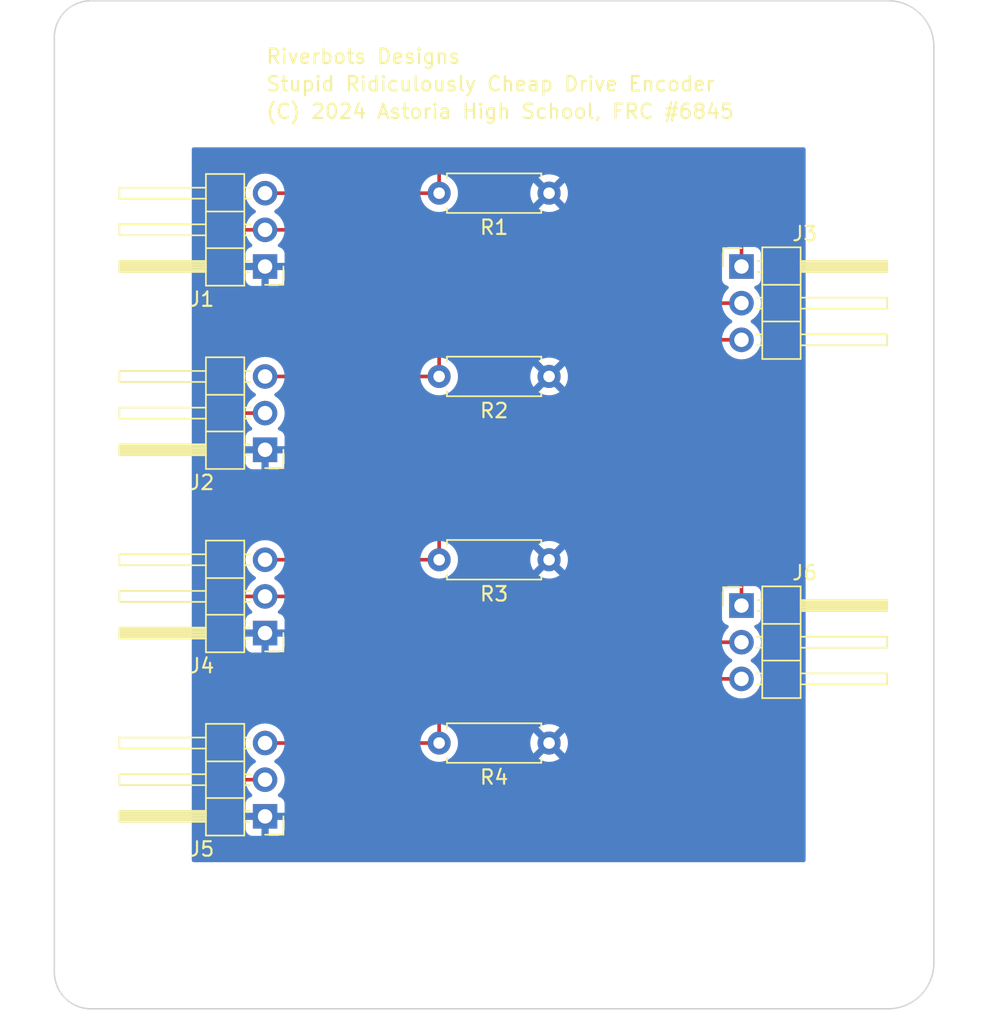
<source format=kicad_pcb>
(kicad_pcb (version 20221018) (generator pcbnew)
  (layers (0 "F.Cu" signal) (31 "B.Cu" signal) (34 "B.Paste" user) (35 "F.Paste" user) (36 "B.SilkS" user "B.Silkscreen") (37 "F.SilkS" user "F.Silkscreen") (38 "B.Mask" user) (39 "F.Mask" user) (44 "Edge.Cuts" user))
  (net 0 "")
  (net 1 "GND")
  (net 2 "Net-(J1-Pin_2)")
  (net 3 "Net-(J1-Pin_3)")
  (net 4 "Net-(J2-Pin_3)")
  (net 5 "Net-(J4-Pin_2)")
  (net 6 "Net-(J4-Pin_3)")
  (net 7 "Net-(J5-Pin_3)")
  (footprint "Resistor_THT:R_Axial_DIN0207_L6.3mm_D2.5mm_P7.62mm_Horizontal" (layer "F.Cu") (at 95.25 57.785 180)
    (fp_text reference "R2" (at 3.81 -2.37) (layer "F.SilkS"))
    (fp_text value "1k")
    (fp_line (start 0.54 -1.37) (end 7.08 -1.37) (stroke (width 0.12)) (layer "F.SilkS"))
    (fp_line (start 0.54 -1.04) (end 0.54 -1.37) (stroke (width 0.12)) (layer "F.SilkS"))
    (fp_line (start 0.54 1.04) (end 0.54 1.37) (stroke (width 0.12)) (layer "F.SilkS"))
    (fp_line (start 0.54 1.37) (end 7.08 1.37) (stroke (width 0.12)) (layer "F.SilkS"))
    (fp_line (start 7.08 -1.37) (end 7.08 -1.04) (stroke (width 0.12)) (layer "F.SilkS"))
    (fp_line (start 7.08 1.37) (end 7.08 1.04) (stroke (width 0.12)) (layer "F.SilkS"))
    (pad "1" thru_hole circle (at 0 0 180) (size 1.6 1.6) (drill 0.8) (layers "*.Cu" "*.Mask") (net 1 "GND"))
    (pad "2" thru_hole oval (at 7.62 0 180) (size 1.6 1.6) (drill 0.8) (layers "*.Cu" "*.Mask") (net 4 "Net-(J2-Pin_3)"))
  )
  (footprint "MountingHole:MountingHole_4.3mm_M4" (layer "F.Cu") (at 66.675 38.1)
    (fp_text reference "REF**" hide)
    (fp_text value "MountingHole_4.3mm_M4")
    (pad "" np_thru_hole circle (at 0 0) (size 4.3 4.3) (drill 4.3) (layers "*.Cu" "*.Mask"))
  )
  (footprint "Connector_PinHeader_2.54mm:PinHeader_1x03_P2.54mm_Horizontal" (layer "F.Cu") (at 108.585 73.66)
    (fp_text reference "J6" (at 4.385 -2.27) (layer "F.SilkS"))
    (fp_text value "Right Encoder")
    (fp_line (start -1.27 -1.27) (end 0 -1.27) (stroke (width 0.12)) (layer "F.SilkS"))
    (fp_line (start -1.27 0) (end -1.27 -1.27) (stroke (width 0.12)) (layer "F.SilkS"))
    (fp_line (start 1.042929 2.16) (end 1.44 2.16) (stroke (width 0.12)) (layer "F.SilkS"))
    (fp_line (start 1.042929 2.92) (end 1.44 2.92) (stroke (width 0.12)) (layer "F.SilkS"))
    (fp_line (start 1.042929 4.7) (end 1.44 4.7) (stroke (width 0.12)) (layer "F.SilkS"))
    (fp_line (start 1.042929 5.46) (end 1.44 5.46) (stroke (width 0.12)) (layer "F.SilkS"))
    (fp_line (start 1.11 -0.38) (end 1.44 -0.38) (stroke (width 0.12)) (layer "F.SilkS"))
    (fp_line (start 1.11 0.38) (end 1.44 0.38) (stroke (width 0.12)) (layer "F.SilkS"))
    (fp_line (start 1.44 -1.33) (end 1.44 6.41) (stroke (width 0.12)) (layer "F.SilkS"))
    (fp_line (start 1.44 1.27) (end 4.1 1.27) (stroke (width 0.12)) (layer "F.SilkS"))
    (fp_line (start 1.44 3.81) (end 4.1 3.81) (stroke (width 0.12)) (layer "F.SilkS"))
    (fp_line (start 1.44 6.41) (end 4.1 6.41) (stroke (width 0.12)) (layer "F.SilkS"))
    (fp_line (start 4.1 -1.33) (end 1.44 -1.33) (stroke (width 0.12)) (layer "F.SilkS"))
    (fp_line (start 4.1 -0.38) (end 10.1 -0.38) (stroke (width 0.12)) (layer "F.SilkS"))
    (fp_line (start 4.1 -0.32) (end 10.1 -0.32) (stroke (width 0.12)) (layer "F.SilkS"))
    (fp_line (start 4.1 -0.2) (end 10.1 -0.2) (stroke (width 0.12)) (layer "F.SilkS"))
    (fp_line (start 4.1 -0.08) (end 10.1 -0.08) (stroke (width 0.12)) (layer "F.SilkS"))
    (fp_line (start 4.1 0.04) (end 10.1 0.04) (stroke (width 0.12)) (layer "F.SilkS"))
    (fp_line (start 4.1 0.16) (end 10.1 0.16) (stroke (width 0.12)) (layer "F.SilkS"))
    (fp_line (start 4.1 0.28) (end 10.1 0.28) (stroke (width 0.12)) (layer "F.SilkS"))
    (fp_line (start 4.1 2.16) (end 10.1 2.16) (stroke (width 0.12)) (layer "F.SilkS"))
    (fp_line (start 4.1 4.7) (end 10.1 4.7) (stroke (width 0.12)) (layer "F.SilkS"))
    (fp_line (start 4.1 6.41) (end 4.1 -1.33) (stroke (width 0.12)) (layer "F.SilkS"))
    (fp_line (start 10.1 -0.38) (end 10.1 0.38) (stroke (width 0.12)) (layer "F.SilkS"))
    (fp_line (start 10.1 0.38) (end 4.1 0.38) (stroke (width 0.12)) (layer "F.SilkS"))
    (fp_line (start 10.1 2.16) (end 10.1 2.92) (stroke (width 0.12)) (layer "F.SilkS"))
    (fp_line (start 10.1 2.92) (end 4.1 2.92) (stroke (width 0.12)) (layer "F.SilkS"))
    (fp_line (start 10.1 4.7) (end 10.1 5.46) (stroke (width 0.12)) (layer "F.SilkS"))
    (fp_line (start 10.1 5.46) (end 4.1 5.46) (stroke (width 0.12)) (layer "F.SilkS"))
    (pad "1" thru_hole rect (at 0 0) (size 1.7 1.7) (drill 1) (layers "*.Cu" "*.Mask") (net 6 "Net-(J4-Pin_3)"))
    (pad "2" thru_hole oval (at 0 2.54) (size 1.7 1.7) (drill 1) (layers "*.Cu" "*.Mask") (net 5 "Net-(J4-Pin_2)"))
    (pad "3" thru_hole oval (at 0 5.08) (size 1.7 1.7) (drill 1) (layers "*.Cu" "*.Mask") (net 7 "Net-(J5-Pin_3)"))
  )
  (footprint "MountingHole:MountingHole_4.3mm_M4" (layer "F.Cu") (at 66.675 96.52)
    (fp_text reference "REF**" hide)
    (fp_text value "MountingHole_4.3mm_M4")
    (pad "" np_thru_hole circle (at 0 0) (size 4.3 4.3) (drill 4.3) (layers "*.Cu" "*.Mask"))
  )
  (footprint "Connector_PinHeader_2.54mm:PinHeader_1x03_P2.54mm_Horizontal" (layer "F.Cu") (at 75.565 88.265 180)
    (fp_text reference "J5" (at 4.385 -2.27) (layer "F.SilkS"))
    (fp_text value "Right B")
    (fp_line (start -1.27 -1.27) (end 0 -1.27) (stroke (width 0.12)) (layer "F.SilkS"))
    (fp_line (start -1.27 0) (end -1.27 -1.27) (stroke (width 0.12)) (layer "F.SilkS"))
    (fp_line (start 1.042929 2.16) (end 1.44 2.16) (stroke (width 0.12)) (layer "F.SilkS"))
    (fp_line (start 1.042929 2.92) (end 1.44 2.92) (stroke (width 0.12)) (layer "F.SilkS"))
    (fp_line (start 1.042929 4.7) (end 1.44 4.7) (stroke (width 0.12)) (layer "F.SilkS"))
    (fp_line (start 1.042929 5.46) (end 1.44 5.46) (stroke (width 0.12)) (layer "F.SilkS"))
    (fp_line (start 1.11 -0.38) (end 1.44 -0.38) (stroke (width 0.12)) (layer "F.SilkS"))
    (fp_line (start 1.11 0.38) (end 1.44 0.38) (stroke (width 0.12)) (layer "F.SilkS"))
    (fp_line (start 1.44 -1.33) (end 1.44 6.41) (stroke (width 0.12)) (layer "F.SilkS"))
    (fp_line (start 1.44 1.27) (end 4.1 1.27) (stroke (width 0.12)) (layer "F.SilkS"))
    (fp_line (start 1.44 3.81) (end 4.1 3.81) (stroke (width 0.12)) (layer "F.SilkS"))
    (fp_line (start 1.44 6.41) (end 4.1 6.41) (stroke (width 0.12)) (layer "F.SilkS"))
    (fp_line (start 4.1 -1.33) (end 1.44 -1.33) (stroke (width 0.12)) (layer "F.SilkS"))
    (fp_line (start 4.1 -0.38) (end 10.1 -0.38) (stroke (width 0.12)) (layer "F.SilkS"))
    (fp_line (start 4.1 -0.32) (end 10.1 -0.32) (stroke (width 0.12)) (layer "F.SilkS"))
    (fp_line (start 4.1 -0.2) (end 10.1 -0.2) (stroke (width 0.12)) (layer "F.SilkS"))
    (fp_line (start 4.1 -0.08) (end 10.1 -0.08) (stroke (width 0.12)) (layer "F.SilkS"))
    (fp_line (start 4.1 0.04) (end 10.1 0.04) (stroke (width 0.12)) (layer "F.SilkS"))
    (fp_line (start 4.1 0.16) (end 10.1 0.16) (stroke (width 0.12)) (layer "F.SilkS"))
    (fp_line (start 4.1 0.28) (end 10.1 0.28) (stroke (width 0.12)) (layer "F.SilkS"))
    (fp_line (start 4.1 2.16) (end 10.1 2.16) (stroke (width 0.12)) (layer "F.SilkS"))
    (fp_line (start 4.1 4.7) (end 10.1 4.7) (stroke (width 0.12)) (layer "F.SilkS"))
    (fp_line (start 4.1 6.41) (end 4.1 -1.33) (stroke (width 0.12)) (layer "F.SilkS"))
    (fp_line (start 10.1 -0.38) (end 10.1 0.38) (stroke (width 0.12)) (layer "F.SilkS"))
    (fp_line (start 10.1 0.38) (end 4.1 0.38) (stroke (width 0.12)) (layer "F.SilkS"))
    (fp_line (start 10.1 2.16) (end 10.1 2.92) (stroke (width 0.12)) (layer "F.SilkS"))
    (fp_line (start 10.1 2.92) (end 4.1 2.92) (stroke (width 0.12)) (layer "F.SilkS"))
    (fp_line (start 10.1 4.7) (end 10.1 5.46) (stroke (width 0.12)) (layer "F.SilkS"))
    (fp_line (start 10.1 5.46) (end 4.1 5.46) (stroke (width 0.12)) (layer "F.SilkS"))
    (pad "1" thru_hole rect (at 0 0 180) (size 1.7 1.7) (drill 1) (layers "*.Cu" "*.Mask") (net 1 "GND"))
    (pad "2" thru_hole oval (at 0 2.54 180) (size 1.7 1.7) (drill 1) (layers "*.Cu" "*.Mask") (net 5 "Net-(J4-Pin_2)"))
    (pad "3" thru_hole oval (at 0 5.08 180) (size 1.7 1.7) (drill 1) (layers "*.Cu" "*.Mask") (net 7 "Net-(J5-Pin_3)"))
  )
  (footprint "MountingHole:MountingHole_4.3mm_M4" (layer "F.Cu") (at 116.205 38.1)
    (fp_text reference "REF**" hide)
    (fp_text value "MountingHole_4.3mm_M4")
    (pad "" np_thru_hole circle (at 0 0) (size 4.3 4.3) (drill 4.3) (layers "*.Cu" "*.Mask"))
  )
  (footprint "Resistor_THT:R_Axial_DIN0207_L6.3mm_D2.5mm_P7.62mm_Horizontal" (layer "F.Cu") (at 95.25 70.485 180)
    (fp_text reference "R3" (at 3.81 -2.37) (layer "F.SilkS"))
    (fp_text value "1k")
    (fp_line (start 0.54 -1.37) (end 7.08 -1.37) (stroke (width 0.12)) (layer "F.SilkS"))
    (fp_line (start 0.54 -1.04) (end 0.54 -1.37) (stroke (width 0.12)) (layer "F.SilkS"))
    (fp_line (start 0.54 1.04) (end 0.54 1.37) (stroke (width 0.12)) (layer "F.SilkS"))
    (fp_line (start 0.54 1.37) (end 7.08 1.37) (stroke (width 0.12)) (layer "F.SilkS"))
    (fp_line (start 7.08 -1.37) (end 7.08 -1.04) (stroke (width 0.12)) (layer "F.SilkS"))
    (fp_line (start 7.08 1.37) (end 7.08 1.04) (stroke (width 0.12)) (layer "F.SilkS"))
    (pad "1" thru_hole circle (at 0 0 180) (size 1.6 1.6) (drill 0.8) (layers "*.Cu" "*.Mask") (net 1 "GND"))
    (pad "2" thru_hole oval (at 7.62 0 180) (size 1.6 1.6) (drill 0.8) (layers "*.Cu" "*.Mask") (net 6 "Net-(J4-Pin_3)"))
  )
  (footprint "MountingHole:MountingHole_4.3mm_M4" (layer "F.Cu") (at 116.205 96.52)
    (fp_text reference "REF**" hide)
    (fp_text value "MountingHole_4.3mm_M4")
    (pad "" np_thru_hole circle (at 0 0) (size 4.3 4.3) (drill 4.3) (layers "*.Cu" "*.Mask"))
  )
  (footprint "Connector_PinHeader_2.54mm:PinHeader_1x03_P2.54mm_Horizontal" (layer "F.Cu") (at 108.585 50.165)
    (fp_text reference "J3" (at 4.385 -2.27) (layer "F.SilkS"))
    (fp_text value "Left Encoder")
    (fp_line (start -1.27 -1.27) (end 0 -1.27) (stroke (width 0.12)) (layer "F.SilkS"))
    (fp_line (start -1.27 0) (end -1.27 -1.27) (stroke (width 0.12)) (layer "F.SilkS"))
    (fp_line (start 1.042929 2.16) (end 1.44 2.16) (stroke (width 0.12)) (layer "F.SilkS"))
    (fp_line (start 1.042929 2.92) (end 1.44 2.92) (stroke (width 0.12)) (layer "F.SilkS"))
    (fp_line (start 1.042929 4.7) (end 1.44 4.7) (stroke (width 0.12)) (layer "F.SilkS"))
    (fp_line (start 1.042929 5.46) (end 1.44 5.46) (stroke (width 0.12)) (layer "F.SilkS"))
    (fp_line (start 1.11 -0.38) (end 1.44 -0.38) (stroke (width 0.12)) (layer "F.SilkS"))
    (fp_line (start 1.11 0.38) (end 1.44 0.38) (stroke (width 0.12)) (layer "F.SilkS"))
    (fp_line (start 1.44 -1.33) (end 1.44 6.41) (stroke (width 0.12)) (layer "F.SilkS"))
    (fp_line (start 1.44 1.27) (end 4.1 1.27) (stroke (width 0.12)) (layer "F.SilkS"))
    (fp_line (start 1.44 3.81) (end 4.1 3.81) (stroke (width 0.12)) (layer "F.SilkS"))
    (fp_line (start 1.44 6.41) (end 4.1 6.41) (stroke (width 0.12)) (layer "F.SilkS"))
    (fp_line (start 4.1 -1.33) (end 1.44 -1.33) (stroke (width 0.12)) (layer "F.SilkS"))
    (fp_line (start 4.1 -0.38) (end 10.1 -0.38) (stroke (width 0.12)) (layer "F.SilkS"))
    (fp_line (start 4.1 -0.32) (end 10.1 -0.32) (stroke (width 0.12)) (layer "F.SilkS"))
    (fp_line (start 4.1 -0.2) (end 10.1 -0.2) (stroke (width 0.12)) (layer "F.SilkS"))
    (fp_line (start 4.1 -0.08) (end 10.1 -0.08) (stroke (width 0.12)) (layer "F.SilkS"))
    (fp_line (start 4.1 0.04) (end 10.1 0.04) (stroke (width 0.12)) (layer "F.SilkS"))
    (fp_line (start 4.1 0.16) (end 10.1 0.16) (stroke (width 0.12)) (layer "F.SilkS"))
    (fp_line (start 4.1 0.28) (end 10.1 0.28) (stroke (width 0.12)) (layer "F.SilkS"))
    (fp_line (start 4.1 2.16) (end 10.1 2.16) (stroke (width 0.12)) (layer "F.SilkS"))
    (fp_line (start 4.1 4.7) (end 10.1 4.7) (stroke (width 0.12)) (layer "F.SilkS"))
    (fp_line (start 4.1 6.41) (end 4.1 -1.33) (stroke (width 0.12)) (layer "F.SilkS"))
    (fp_line (start 10.1 -0.38) (end 10.1 0.38) (stroke (width 0.12)) (layer "F.SilkS"))
    (fp_line (start 10.1 0.38) (end 4.1 0.38) (stroke (width 0.12)) (layer "F.SilkS"))
    (fp_line (start 10.1 2.16) (end 10.1 2.92) (stroke (width 0.12)) (layer "F.SilkS"))
    (fp_line (start 10.1 2.92) (end 4.1 2.92) (stroke (width 0.12)) (layer "F.SilkS"))
    (fp_line (start 10.1 4.7) (end 10.1 5.46) (stroke (width 0.12)) (layer "F.SilkS"))
    (fp_line (start 10.1 5.46) (end 4.1 5.46) (stroke (width 0.12)) (layer "F.SilkS"))
    (pad "1" thru_hole rect (at 0 0) (size 1.7 1.7) (drill 1) (layers "*.Cu" "*.Mask") (net 3 "Net-(J1-Pin_3)"))
    (pad "2" thru_hole oval (at 0 2.54) (size 1.7 1.7) (drill 1) (layers "*.Cu" "*.Mask") (net 2 "Net-(J1-Pin_2)"))
    (pad "3" thru_hole oval (at 0 5.08) (size 1.7 1.7) (drill 1) (layers "*.Cu" "*.Mask") (net 4 "Net-(J2-Pin_3)"))
  )
  (footprint "Resistor_THT:R_Axial_DIN0207_L6.3mm_D2.5mm_P7.62mm_Horizontal" (layer "F.Cu") (at 95.25 83.185 180)
    (fp_text reference "R4" (at 3.81 -2.37) (layer "F.SilkS"))
    (fp_text value "1k")
    (fp_line (start 0.54 -1.37) (end 7.08 -1.37) (stroke (width 0.12)) (layer "F.SilkS"))
    (fp_line (start 0.54 -1.04) (end 0.54 -1.37) (stroke (width 0.12)) (layer "F.SilkS"))
    (fp_line (start 0.54 1.04) (end 0.54 1.37) (stroke (width 0.12)) (layer "F.SilkS"))
    (fp_line (start 0.54 1.37) (end 7.08 1.37) (stroke (width 0.12)) (layer "F.SilkS"))
    (fp_line (start 7.08 -1.37) (end 7.08 -1.04) (stroke (width 0.12)) (layer "F.SilkS"))
    (fp_line (start 7.08 1.37) (end 7.08 1.04) (stroke (width 0.12)) (layer "F.SilkS"))
    (pad "1" thru_hole circle (at 0 0 180) (size 1.6 1.6) (drill 0.8) (layers "*.Cu" "*.Mask") (net 1 "GND"))
    (pad "2" thru_hole oval (at 7.62 0 180) (size 1.6 1.6) (drill 0.8) (layers "*.Cu" "*.Mask") (net 7 "Net-(J5-Pin_3)"))
  )
  (footprint "Connector_PinHeader_2.54mm:PinHeader_1x03_P2.54mm_Horizontal" (layer "F.Cu") (at 75.565 62.865 180)
    (fp_text reference "J2" (at 4.385 -2.27) (layer "F.SilkS"))
    (fp_text value "Left B")
    (fp_line (start -1.27 -1.27) (end 0 -1.27) (stroke (width 0.12)) (layer "F.SilkS"))
    (fp_line (start -1.27 0) (end -1.27 -1.27) (stroke (width 0.12)) (layer "F.SilkS"))
    (fp_line (start 1.042929 2.16) (end 1.44 2.16) (stroke (width 0.12)) (layer "F.SilkS"))
    (fp_line (start 1.042929 2.92) (end 1.44 2.92) (stroke (width 0.12)) (layer "F.SilkS"))
    (fp_line (start 1.042929 4.7) (end 1.44 4.7) (stroke (width 0.12)) (layer "F.SilkS"))
    (fp_line (start 1.042929 5.46) (end 1.44 5.46) (stroke (width 0.12)) (layer "F.SilkS"))
    (fp_line (start 1.11 -0.38) (end 1.44 -0.38) (stroke (width 0.12)) (layer "F.SilkS"))
    (fp_line (start 1.11 0.38) (end 1.44 0.38) (stroke (width 0.12)) (layer "F.SilkS"))
    (fp_line (start 1.44 -1.33) (end 1.44 6.41) (stroke (width 0.12)) (layer "F.SilkS"))
    (fp_line (start 1.44 1.27) (end 4.1 1.27) (stroke (width 0.12)) (layer "F.SilkS"))
    (fp_line (start 1.44 3.81) (end 4.1 3.81) (stroke (width 0.12)) (layer "F.SilkS"))
    (fp_line (start 1.44 6.41) (end 4.1 6.41) (stroke (width 0.12)) (layer "F.SilkS"))
    (fp_line (start 4.1 -1.33) (end 1.44 -1.33) (stroke (width 0.12)) (layer "F.SilkS"))
    (fp_line (start 4.1 -0.38) (end 10.1 -0.38) (stroke (width 0.12)) (layer "F.SilkS"))
    (fp_line (start 4.1 -0.32) (end 10.1 -0.32) (stroke (width 0.12)) (layer "F.SilkS"))
    (fp_line (start 4.1 -0.2) (end 10.1 -0.2) (stroke (width 0.12)) (layer "F.SilkS"))
    (fp_line (start 4.1 -0.08) (end 10.1 -0.08) (stroke (width 0.12)) (layer "F.SilkS"))
    (fp_line (start 4.1 0.04) (end 10.1 0.04) (stroke (width 0.12)) (layer "F.SilkS"))
    (fp_line (start 4.1 0.16) (end 10.1 0.16) (stroke (width 0.12)) (layer "F.SilkS"))
    (fp_line (start 4.1 0.28) (end 10.1 0.28) (stroke (width 0.12)) (layer "F.SilkS"))
    (fp_line (start 4.1 2.16) (end 10.1 2.16) (stroke (width 0.12)) (layer "F.SilkS"))
    (fp_line (start 4.1 4.7) (end 10.1 4.7) (stroke (width 0.12)) (layer "F.SilkS"))
    (fp_line (start 4.1 6.41) (end 4.1 -1.33) (stroke (width 0.12)) (layer "F.SilkS"))
    (fp_line (start 10.1 -0.38) (end 10.1 0.38) (stroke (width 0.12)) (layer "F.SilkS"))
    (fp_line (start 10.1 0.38) (end 4.1 0.38) (stroke (width 0.12)) (layer "F.SilkS"))
    (fp_line (start 10.1 2.16) (end 10.1 2.92) (stroke (width 0.12)) (layer "F.SilkS"))
    (fp_line (start 10.1 2.92) (end 4.1 2.92) (stroke (width 0.12)) (layer "F.SilkS"))
    (fp_line (start 10.1 4.7) (end 10.1 5.46) (stroke (width 0.12)) (layer "F.SilkS"))
    (fp_line (start 10.1 5.46) (end 4.1 5.46) (stroke (width 0.12)) (layer "F.SilkS"))
    (pad "1" thru_hole rect (at 0 0 180) (size 1.7 1.7) (drill 1) (layers "*.Cu" "*.Mask") (net 1 "GND"))
    (pad "2" thru_hole oval (at 0 2.54 180) (size 1.7 1.7) (drill 1) (layers "*.Cu" "*.Mask") (net 2 "Net-(J1-Pin_2)"))
    (pad "3" thru_hole oval (at 0 5.08 180) (size 1.7 1.7) (drill 1) (layers "*.Cu" "*.Mask") (net 4 "Net-(J2-Pin_3)"))
  )
  (footprint "Connector_PinHeader_2.54mm:PinHeader_1x03_P2.54mm_Horizontal" (layer "F.Cu") (at 75.565 50.165 180)
    (fp_text reference "J1" (at 4.385 -2.27) (layer "F.SilkS"))
    (fp_text value "Left A")
    (fp_line (start -1.27 -1.27) (end 0 -1.27) (stroke (width 0.12)) (layer "F.SilkS"))
    (fp_line (start -1.27 0) (end -1.27 -1.27) (stroke (width 0.12)) (layer "F.SilkS"))
    (fp_line (start 1.042929 2.16) (end 1.44 2.16) (stroke (width 0.12)) (layer "F.SilkS"))
    (fp_line (start 1.042929 2.92) (end 1.44 2.92) (stroke (width 0.12)) (layer "F.SilkS"))
    (fp_line (start 1.042929 4.7) (end 1.44 4.7) (stroke (width 0.12)) (layer "F.SilkS"))
    (fp_line (start 1.042929 5.46) (end 1.44 5.46) (stroke (width 0.12)) (layer "F.SilkS"))
    (fp_line (start 1.11 -0.38) (end 1.44 -0.38) (stroke (width 0.12)) (layer "F.SilkS"))
    (fp_line (start 1.11 0.38) (end 1.44 0.38) (stroke (width 0.12)) (layer "F.SilkS"))
    (fp_line (start 1.44 -1.33) (end 1.44 6.41) (stroke (width 0.12)) (layer "F.SilkS"))
    (fp_line (start 1.44 1.27) (end 4.1 1.27) (stroke (width 0.12)) (layer "F.SilkS"))
    (fp_line (start 1.44 3.81) (end 4.1 3.81) (stroke (width 0.12)) (layer "F.SilkS"))
    (fp_line (start 1.44 6.41) (end 4.1 6.41) (stroke (width 0.12)) (layer "F.SilkS"))
    (fp_line (start 4.1 -1.33) (end 1.44 -1.33) (stroke (width 0.12)) (layer "F.SilkS"))
    (fp_line (start 4.1 -0.38) (end 10.1 -0.38) (stroke (width 0.12)) (layer "F.SilkS"))
    (fp_line (start 4.1 -0.32) (end 10.1 -0.32) (stroke (width 0.12)) (layer "F.SilkS"))
    (fp_line (start 4.1 -0.2) (end 10.1 -0.2) (stroke (width 0.12)) (layer "F.SilkS"))
    (fp_line (start 4.1 -0.08) (end 10.1 -0.08) (stroke (width 0.12)) (layer "F.SilkS"))
    (fp_line (start 4.1 0.04) (end 10.1 0.04) (stroke (width 0.12)) (layer "F.SilkS"))
    (fp_line (start 4.1 0.16) (end 10.1 0.16) (stroke (width 0.12)) (layer "F.SilkS"))
    (fp_line (start 4.1 0.28) (end 10.1 0.28) (stroke (width 0.12)) (layer "F.SilkS"))
    (fp_line (start 4.1 2.16) (end 10.1 2.16) (stroke (width 0.12)) (layer "F.SilkS"))
    (fp_line (start 4.1 4.7) (end 10.1 4.7) (stroke (width 0.12)) (layer "F.SilkS"))
    (fp_line (start 4.1 6.41) (end 4.1 -1.33) (stroke (width 0.12)) (layer "F.SilkS"))
    (fp_line (start 10.1 -0.38) (end 10.1 0.38) (stroke (width 0.12)) (layer "F.SilkS"))
    (fp_line (start 10.1 0.38) (end 4.1 0.38) (stroke (width 0.12)) (layer "F.SilkS"))
    (fp_line (start 10.1 2.16) (end 10.1 2.92) (stroke (width 0.12)) (layer "F.SilkS"))
    (fp_line (start 10.1 2.92) (end 4.1 2.92) (stroke (width 0.12)) (layer "F.SilkS"))
    (fp_line (start 10.1 4.7) (end 10.1 5.46) (stroke (width 0.12)) (layer "F.SilkS"))
    (fp_line (start 10.1 5.46) (end 4.1 5.46) (stroke (width 0.12)) (layer "F.SilkS"))
    (pad "1" thru_hole rect (at 0 0 180) (size 1.7 1.7) (drill 1) (layers "*.Cu" "*.Mask") (net 1 "GND"))
    (pad "2" thru_hole oval (at 0 2.54 180) (size 1.7 1.7) (drill 1) (layers "*.Cu" "*.Mask") (net 2 "Net-(J1-Pin_2)"))
    (pad "3" thru_hole oval (at 0 5.08 180) (size 1.7 1.7) (drill 1) (layers "*.Cu" "*.Mask") (net 3 "Net-(J1-Pin_3)"))
  )
  (footprint "Connector_PinHeader_2.54mm:PinHeader_1x03_P2.54mm_Horizontal" (layer "F.Cu") (at 75.565 75.565 180)
    (fp_text reference "J4" (at 4.385 -2.27) (layer "F.SilkS"))
    (fp_text value "Right A")
    (fp_line (start -1.27 -1.27) (end 0 -1.27) (stroke (width 0.12)) (layer "F.SilkS"))
    (fp_line (start -1.27 0) (end -1.27 -1.27) (stroke (width 0.12)) (layer "F.SilkS"))
    (fp_line (start 1.042929 2.16) (end 1.44 2.16) (stroke (width 0.12)) (layer "F.SilkS"))
    (fp_line (start 1.042929 2.92) (end 1.44 2.92) (stroke (width 0.12)) (layer "F.SilkS"))
    (fp_line (start 1.042929 4.7) (end 1.44 4.7) (stroke (width 0.12)) (layer "F.SilkS"))
    (fp_line (start 1.042929 5.46) (end 1.44 5.46) (stroke (width 0.12)) (layer "F.SilkS"))
    (fp_line (start 1.11 -0.38) (end 1.44 -0.38) (stroke (width 0.12)) (layer "F.SilkS"))
    (fp_line (start 1.11 0.38) (end 1.44 0.38) (stroke (width 0.12)) (layer "F.SilkS"))
    (fp_line (start 1.44 -1.33) (end 1.44 6.41) (stroke (width 0.12)) (layer "F.SilkS"))
    (fp_line (start 1.44 1.27) (end 4.1 1.27) (stroke (width 0.12)) (layer "F.SilkS"))
    (fp_line (start 1.44 3.81) (end 4.1 3.81) (stroke (width 0.12)) (layer "F.SilkS"))
    (fp_line (start 1.44 6.41) (end 4.1 6.41) (stroke (width 0.12)) (layer "F.SilkS"))
    (fp_line (start 4.1 -1.33) (end 1.44 -1.33) (stroke (width 0.12)) (layer "F.SilkS"))
    (fp_line (start 4.1 -0.38) (end 10.1 -0.38) (stroke (width 0.12)) (layer "F.SilkS"))
    (fp_line (start 4.1 -0.32) (end 10.1 -0.32) (stroke (width 0.12)) (layer "F.SilkS"))
    (fp_line (start 4.1 -0.2) (end 10.1 -0.2) (stroke (width 0.12)) (layer "F.SilkS"))
    (fp_line (start 4.1 -0.08) (end 10.1 -0.08) (stroke (width 0.12)) (layer "F.SilkS"))
    (fp_line (start 4.1 0.04) (end 10.1 0.04) (stroke (width 0.12)) (layer "F.SilkS"))
    (fp_line (start 4.1 0.16) (end 10.1 0.16) (stroke (width 0.12)) (layer "F.SilkS"))
    (fp_line (start 4.1 0.28) (end 10.1 0.28) (stroke (width 0.12)) (layer "F.SilkS"))
    (fp_line (start 4.1 2.16) (end 10.1 2.16) (stroke (width 0.12)) (layer "F.SilkS"))
    (fp_line (start 4.1 4.7) (end 10.1 4.7) (stroke (width 0.12)) (layer "F.SilkS"))
    (fp_line (start 4.1 6.41) (end 4.1 -1.33) (stroke (width 0.12)) (layer "F.SilkS"))
    (fp_line (start 10.1 -0.38) (end 10.1 0.38) (stroke (width 0.12)) (layer "F.SilkS"))
    (fp_line (start 10.1 0.38) (end 4.1 0.38) (stroke (width 0.12)) (layer "F.SilkS"))
    (fp_line (start 10.1 2.16) (end 10.1 2.92) (stroke (width 0.12)) (layer "F.SilkS"))
    (fp_line (start 10.1 2.92) (end 4.1 2.92) (stroke (width 0.12)) (layer "F.SilkS"))
    (fp_line (start 10.1 4.7) (end 10.1 5.46) (stroke (width 0.12)) (layer "F.SilkS"))
    (fp_line (start 10.1 5.46) (end 4.1 5.46) (stroke (width 0.12)) (layer "F.SilkS"))
    (pad "1" thru_hole rect (at 0 0 180) (size 1.7 1.7) (drill 1) (layers "*.Cu" "*.Mask") (net 1 "GND"))
    (pad "2" thru_hole oval (at 0 2.54 180) (size 1.7 1.7) (drill 1) (layers "*.Cu" "*.Mask") (net 5 "Net-(J4-Pin_2)"))
    (pad "3" thru_hole oval (at 0 5.08 180) (size 1.7 1.7) (drill 1) (layers "*.Cu" "*.Mask") (net 6 "Net-(J4-Pin_3)"))
  )
  (footprint "Resistor_THT:R_Axial_DIN0207_L6.3mm_D2.5mm_P7.62mm_Horizontal" (layer "F.Cu") (at 95.25 45.085 180)
    (fp_text reference "R1" (at 3.81 -2.37) (layer "F.SilkS"))
    (fp_text value "1k")
    (fp_line (start 0.54 -1.37) (end 7.08 -1.37) (stroke (width 0.12)) (layer "F.SilkS"))
    (fp_line (start 0.54 -1.04) (end 0.54 -1.37) (stroke (width 0.12)) (layer "F.SilkS"))
    (fp_line (start 0.54 1.04) (end 0.54 1.37) (stroke (width 0.12)) (layer "F.SilkS"))
    (fp_line (start 0.54 1.37) (end 7.08 1.37) (stroke (width 0.12)) (layer "F.SilkS"))
    (fp_line (start 7.08 -1.37) (end 7.08 -1.04) (stroke (width 0.12)) (layer "F.SilkS"))
    (fp_line (start 7.08 1.37) (end 7.08 1.04) (stroke (width 0.12)) (layer "F.SilkS"))
    (pad "1" thru_hole circle (at 0 0 180) (size 1.6 1.6) (drill 0.8) (layers "*.Cu" "*.Mask") (net 1 "GND"))
    (pad "2" thru_hole oval (at 7.62 0 180) (size 1.6 1.6) (drill 0.8) (layers "*.Cu" "*.Mask") (net 3 "Net-(J1-Pin_3)"))
  )
  (gr_line (start 60.96 34.29) (end 60.96 99.06) (stroke (width 0.1)) (layer "Edge.Cuts"))
  (gr_line (start 121.92 98.425) (end 121.92 34.925) (stroke (width 0.1)) (layer "Edge.Cuts"))
  (gr_arc (start 60.96 34.29) (mid 61.703949 32.493949) (end 63.5 31.75) (stroke (width 0.1)) (layer "Edge.Cuts"))
  (gr_line (start 63.5 31.75) (end 118.745 31.75) (stroke (width 0.1)) (layer "Edge.Cuts"))
  (gr_line (start 63.5 101.6) (end 118.745 101.6) (stroke (width 0.1)) (layer "Edge.Cuts"))
  (gr_arc (start 63.5 101.6) (mid 61.703949 100.856051) (end 60.96 99.06) (stroke (width 0.1)) (layer "Edge.Cuts"))
  (gr_arc (start 121.92 98.425) (mid 120.990064 100.670064) (end 118.745 101.6) (stroke (width 0.1)) (layer "Edge.Cuts"))
  (gr_arc (start 118.745 31.75) (mid 120.990064 32.679936) (end 121.92 34.925) (stroke (width 0.1)) (layer "Edge.Cuts"))
  (gr_text "(C) 2024 Astoria High School, FRC #6845" (at 75.565 40.005) (layer "F.SilkS") (effects (font (size 1 1)) (justify left bottom)))
  (gr_text "Riverbots Designs" (at 75.565 36.195) (layer "F.SilkS") (effects (font (size 1 1)) (justify left bottom)))
  (gr_text "Stupid Ridiculously Cheap Drive Encoder" (at 75.565 38.1) (layer "F.SilkS") (effects (font (size 1 1)) (justify left bottom)))
  (segment (start 87.63 52.705) (end 87.63 47.625) (width 0.25) (layer "F.Cu") (net 2))
  (segment (start 75.565 47.625) (end 72.39 47.625) (width 0.25) (layer "F.Cu") (net 2))
  (segment (start 72.39 47.625) (end 72.39 60.325) (width 0.25) (layer "F.Cu") (net 2))
  (segment (start 87.63 47.625) (end 75.565 47.625) (width 0.25) (layer "F.Cu") (net 2))
  (segment (start 108.585 52.705) (end 87.63 52.705) (width 0.25) (layer "F.Cu") (net 2))
  (segment (start 72.39 60.325) (end 75.565 60.325) (width 0.25) (layer "F.Cu") (net 2))
  (segment (start 87.63 45.085) (end 75.565 45.085) (width 0.25) (layer "F.Cu") (net 3))
  (segment (start 108.585 50.165) (end 108.585 43.18) (width 0.25) (layer "F.Cu") (net 3))
  (segment (start 108.585 43.18) (end 87.63 43.18) (width 0.25) (layer "F.Cu") (net 3))
  (segment (start 87.63 43.18) (end 87.63 45.085) (width 0.25) (layer "F.Cu") (net 3))
  (segment (start 108.585 55.245) (end 87.63 55.245) (width 0.25) (layer "F.Cu") (net 4))
  (segment (start 87.63 55.245) (end 87.63 57.785) (width 0.25) (layer "F.Cu") (net 4))
  (segment (start 87.63 57.785) (end 75.565 57.785) (width 0.25) (layer "F.Cu") (net 4))
  (segment (start 108.585 76.2) (end 87.63 76.2) (width 0.25) (layer "F.Cu") (net 5))
  (segment (start 75.565 73.025) (end 72.39 73.025) (width 0.25) (layer "F.Cu") (net 5))
  (segment (start 87.63 76.2) (end 87.63 73.025) (width 0.25) (layer "F.Cu") (net 5))
  (segment (start 87.63 73.025) (end 75.565 73.025) (width 0.25) (layer "F.Cu") (net 5))
  (segment (start 72.39 85.725) (end 75.565 85.725) (width 0.25) (layer "F.Cu") (net 5))
  (segment (start 72.39 73.025) (end 72.39 85.725) (width 0.25) (layer "F.Cu") (net 5))
  (segment (start 87.63 68.58) (end 87.63 70.485) (width 0.25) (layer "F.Cu") (net 6))
  (segment (start 108.585 73.66) (end 108.585 68.58) (width 0.25) (layer "F.Cu") (net 6))
  (segment (start 87.63 70.485) (end 75.565 70.485) (width 0.25) (layer "F.Cu") (net 6))
  (segment (start 108.585 68.58) (end 87.63 68.58) (width 0.25) (layer "F.Cu") (net 6))
  (segment (start 108.585 78.74) (end 87.63 78.74) (width 0.25) (layer "F.Cu") (net 7))
  (segment (start 87.63 83.185) (end 75.565 83.185) (width 0.25) (layer "F.Cu") (net 7))
  (segment (start 87.63 78.74) (end 87.63 83.185) (width 0.25) (layer "F.Cu") (net 7))
  (zone (net 1) (net_name "GND") (layer "B.Cu") (connect_pads (clearance 0.5)) (min_thickness 0.25) (fill yes (thermal_gap 0.5) (thermal_bridge_width 0.5))
    (polygon (pts (xy 70.485 41.91) (xy 113.03 41.91) (xy 113.03 91.44) (xy 70.485 91.44)))
  )
)
</source>
